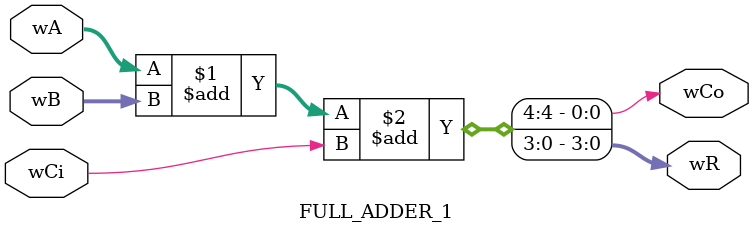
<source format=v>
module FULL_ADDER_1  # (parameter SIZE=4)
(
	input wire[SIZE-1:0] wA,
	input wire[SIZE-1:0] wB,
	input wire wCi,
	output wire [SIZE-1:0] wR ,
	output wire wCo
);
	assign {wCo,wR} = wA + wB + wCi;
endmodule
</source>
